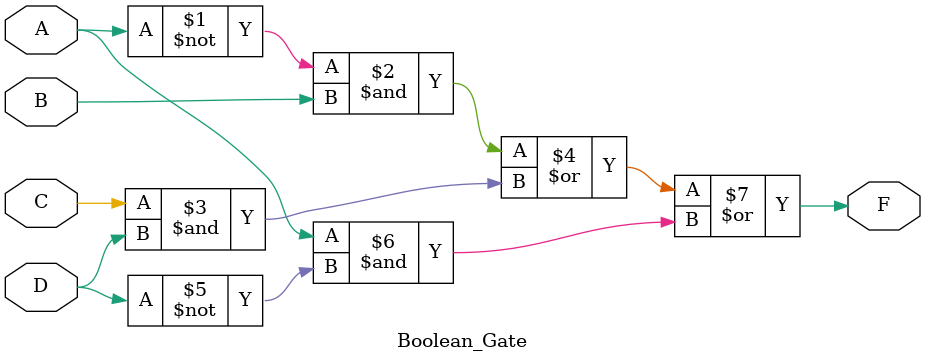
<source format=v>
module Boolean_Gate(
    input  wire A,
    input  wire B,
    input  wire C,
    input  wire D,
    output wire F
);

assign F = (~A & B) | (C & D) | (A & ~D);

endmodule
</source>
